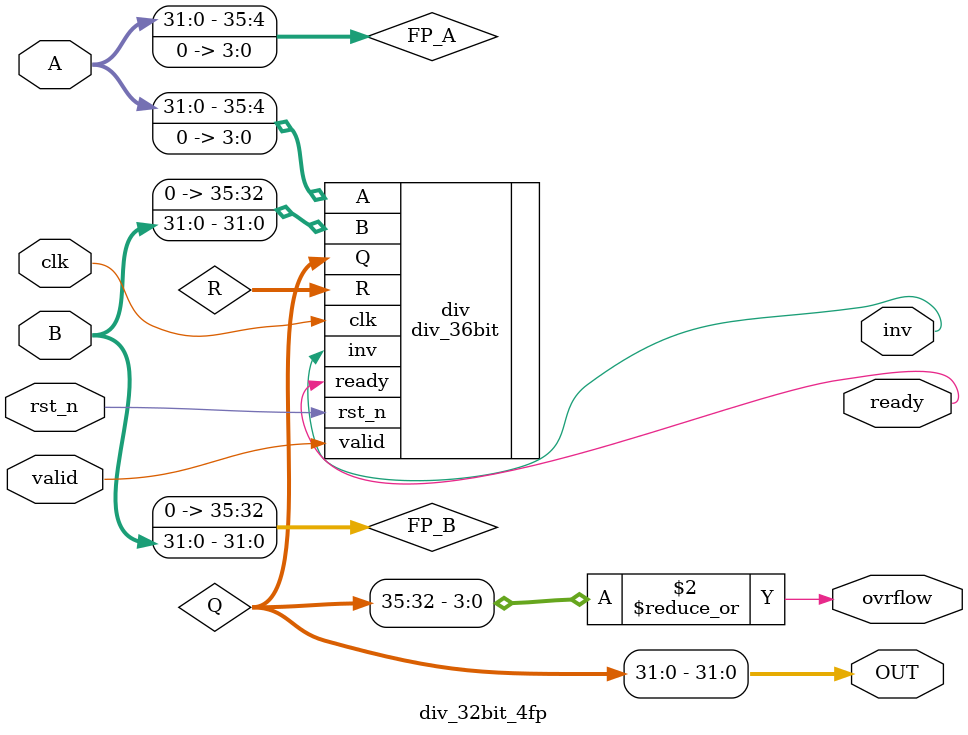
<source format=v>
`define N 32
`define FP 4
module div_32bit_4fp(
	input clk,
	input rst_n,
	input [`N-1: 0] A,
	input [`N-1: 0] B,
	input valid,

	output [`N-1: 0] OUT,

	output ovrflow,
	output ready,
	output inv
);

	wire [`N+`FP-1: 0] Q, R;
	wire [`N+`FP-1: 0] FP_A, FP_B;

	assign FP_A = (A << 4);
	assign FP_B = {4'b0, B};

	div_36bit div(
		.clk (clk),
		.rst_n (rst_n),

		.A (FP_A),
		.B (FP_B),
		.valid (valid),

		.Q (Q),
		.R (R),
		.ready (ready),
		.inv (inv)
	);

	assign ovrflow = |(Q[`N+`FP-1:`N]);
	assign OUT = Q[`N-1: 0];



endmodule

</source>
